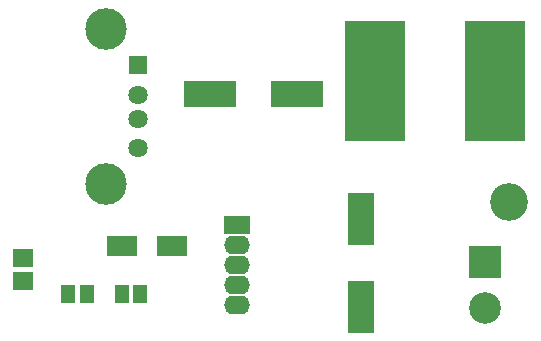
<source format=gts>
G04*
G04 #@! TF.GenerationSoftware,Altium Limited,Altium Designer,18.0.9 (584)*
G04*
G04 Layer_Color=8388736*
%FSLAX25Y25*%
%MOIN*%
G70*
G01*
G75*
%ADD21R,0.04737X0.05918*%
%ADD22R,0.20485X0.40170*%
%ADD23R,0.09973X0.06942*%
%ADD24R,0.09068X0.17335*%
%ADD25R,0.06706X0.06312*%
%ADD26R,0.17335X0.09068*%
%ADD27R,0.10544X0.10544*%
%ADD28C,0.10544*%
%ADD29R,0.08674X0.06312*%
%ADD30O,0.08674X0.06312*%
%ADD31R,0.06422X0.06422*%
%ADD32C,0.06422*%
%ADD33C,0.13855*%
%ADD34C,0.12611*%
D21*
X30709Y15748D02*
D03*
X37008D02*
D03*
X48425D02*
D03*
X54724D02*
D03*
D22*
X173051Y86721D02*
D03*
X133051D02*
D03*
D23*
X65315Y31791D02*
D03*
X48465D02*
D03*
D24*
X128386Y40567D02*
D03*
Y11433D02*
D03*
D25*
X15551Y27854D02*
D03*
Y19980D02*
D03*
D26*
X106988Y82382D02*
D03*
X77854D02*
D03*
D27*
X169685Y26496D02*
D03*
D28*
Y10905D02*
D03*
D29*
X86886Y38886D02*
D03*
D30*
Y32193D02*
D03*
Y25500D02*
D03*
Y18807D02*
D03*
Y12114D02*
D03*
D31*
X53898Y91929D02*
D03*
D32*
Y82087D02*
D03*
Y74213D02*
D03*
Y64370D02*
D03*
D33*
X43228Y104016D02*
D03*
Y52284D02*
D03*
D34*
X177559Y46260D02*
D03*
M02*

</source>
